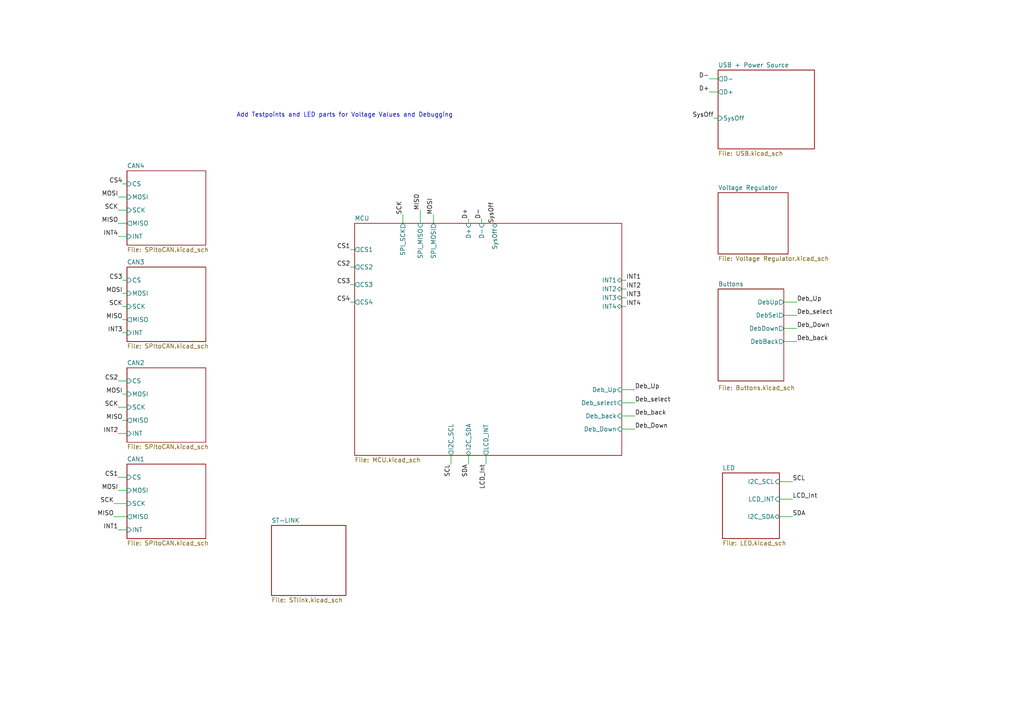
<source format=kicad_sch>
(kicad_sch
	(version 20231120)
	(generator "eeschema")
	(generator_version "8.0")
	(uuid "011ae556-31c3-4ee2-a722-f56ffd3fdd08")
	(paper "A4")
	(lib_symbols)
	(wire
		(pts
			(xy 35.56 92.71) (xy 36.83 92.71)
		)
		(stroke
			(width 0)
			(type default)
		)
		(uuid "05d86b05-1961-4ad7-952e-feeb46088171")
	)
	(wire
		(pts
			(xy 226.06 139.7) (xy 229.87 139.7)
		)
		(stroke
			(width 0)
			(type default)
		)
		(uuid "0a388cb9-3833-4813-aef5-ff4163f92f69")
	)
	(wire
		(pts
			(xy 180.34 83.82) (xy 181.61 83.82)
		)
		(stroke
			(width 0)
			(type default)
		)
		(uuid "10025a9f-17b8-4a2c-b63a-26f54f08f314")
	)
	(wire
		(pts
			(xy 34.29 64.77) (xy 36.83 64.77)
		)
		(stroke
			(width 0)
			(type default)
		)
		(uuid "13a6697a-4d12-4fd2-aa50-c99535d54c1a")
	)
	(wire
		(pts
			(xy 33.02 149.86) (xy 36.83 149.86)
		)
		(stroke
			(width 0)
			(type default)
		)
		(uuid "18fad179-92c5-4db0-9c6c-335686363a64")
	)
	(wire
		(pts
			(xy 207.01 34.29) (xy 208.28 34.29)
		)
		(stroke
			(width 0)
			(type default)
		)
		(uuid "27c7a7fc-9f34-4e24-b7bd-7d14cb3e78df")
	)
	(wire
		(pts
			(xy 35.56 96.52) (xy 36.83 96.52)
		)
		(stroke
			(width 0)
			(type default)
		)
		(uuid "293045be-fff8-4919-81a4-f91ed5826729")
	)
	(wire
		(pts
			(xy 34.29 57.15) (xy 36.83 57.15)
		)
		(stroke
			(width 0)
			(type default)
		)
		(uuid "2b6f6522-1c4f-4819-9dd9-6a18a552cf3e")
	)
	(wire
		(pts
			(xy 226.06 149.86) (xy 229.87 149.86)
		)
		(stroke
			(width 0)
			(type default)
		)
		(uuid "2e16dbc5-5c95-4ce7-a376-182a36676b0b")
	)
	(wire
		(pts
			(xy 135.89 132.08) (xy 135.89 134.62)
		)
		(stroke
			(width 0)
			(type default)
		)
		(uuid "30f7226e-a11b-4751-86cd-97d870074396")
	)
	(wire
		(pts
			(xy 125.73 62.23) (xy 125.73 64.77)
		)
		(stroke
			(width 0)
			(type default)
		)
		(uuid "3cbafc5e-a99d-459d-8489-ca886f4d133e")
	)
	(wire
		(pts
			(xy 35.56 81.28) (xy 36.83 81.28)
		)
		(stroke
			(width 0)
			(type default)
		)
		(uuid "3d5452a0-81ee-4d79-97e8-06bafab0f01f")
	)
	(wire
		(pts
			(xy 180.34 116.84) (xy 184.15 116.84)
		)
		(stroke
			(width 0)
			(type default)
		)
		(uuid "3fb9b8b2-6c19-4125-9199-22a342c345fa")
	)
	(wire
		(pts
			(xy 135.89 63.5) (xy 135.89 64.77)
		)
		(stroke
			(width 0)
			(type default)
		)
		(uuid "4157bf5f-3036-400e-bc32-fc5a0ca02925")
	)
	(wire
		(pts
			(xy 116.84 62.23) (xy 116.84 64.77)
		)
		(stroke
			(width 0)
			(type default)
		)
		(uuid "42d8e975-d283-4314-bdcd-7d65c75dd9d7")
	)
	(wire
		(pts
			(xy 139.7 63.5) (xy 139.7 64.77)
		)
		(stroke
			(width 0)
			(type default)
		)
		(uuid "434483e8-4e12-426c-91fe-fda015a84710")
	)
	(wire
		(pts
			(xy 34.29 118.11) (xy 36.83 118.11)
		)
		(stroke
			(width 0)
			(type default)
		)
		(uuid "43f900c1-02a5-4ce6-8e9c-9bdc58999f90")
	)
	(wire
		(pts
			(xy 180.34 86.36) (xy 181.61 86.36)
		)
		(stroke
			(width 0)
			(type default)
		)
		(uuid "53c3a783-f65e-4d83-986b-fe147cb63e0d")
	)
	(wire
		(pts
			(xy 35.56 121.92) (xy 36.83 121.92)
		)
		(stroke
			(width 0)
			(type default)
		)
		(uuid "54c8660e-a588-4b5d-a97f-caba5e26f683")
	)
	(wire
		(pts
			(xy 101.6 82.55) (xy 102.87 82.55)
		)
		(stroke
			(width 0)
			(type default)
		)
		(uuid "66468d04-cb5b-4f0d-84a1-508ae730a699")
	)
	(wire
		(pts
			(xy 180.34 120.65) (xy 184.15 120.65)
		)
		(stroke
			(width 0)
			(type default)
		)
		(uuid "701e0064-8626-464b-b5f1-cde1e89dc325")
	)
	(wire
		(pts
			(xy 180.34 81.28) (xy 181.61 81.28)
		)
		(stroke
			(width 0)
			(type default)
		)
		(uuid "72c56691-4d10-497c-bccd-634f456ec95e")
	)
	(wire
		(pts
			(xy 227.33 99.06) (xy 231.14 99.06)
		)
		(stroke
			(width 0)
			(type default)
		)
		(uuid "81256a0d-648c-4e84-8664-5b7205265715")
	)
	(wire
		(pts
			(xy 180.34 124.46) (xy 184.15 124.46)
		)
		(stroke
			(width 0)
			(type default)
		)
		(uuid "87047b27-eadf-47fb-8b61-f46d4e2930a3")
	)
	(wire
		(pts
			(xy 205.74 26.67) (xy 208.28 26.67)
		)
		(stroke
			(width 0)
			(type default)
		)
		(uuid "879ac0d9-c719-42a1-bcc3-0ee8c322e541")
	)
	(wire
		(pts
			(xy 227.33 87.63) (xy 231.14 87.63)
		)
		(stroke
			(width 0)
			(type default)
		)
		(uuid "89fa02f1-755d-48c5-9814-de28441ececd")
	)
	(wire
		(pts
			(xy 101.6 72.39) (xy 102.87 72.39)
		)
		(stroke
			(width 0)
			(type default)
		)
		(uuid "8a140640-8047-4425-a9de-10d4402d88de")
	)
	(wire
		(pts
			(xy 101.6 77.47) (xy 102.87 77.47)
		)
		(stroke
			(width 0)
			(type default)
		)
		(uuid "95965a2f-0830-4f1b-9e60-78f35d4d751b")
	)
	(wire
		(pts
			(xy 34.29 68.58) (xy 36.83 68.58)
		)
		(stroke
			(width 0)
			(type default)
		)
		(uuid "95bcab74-add7-4f0b-82f0-c3400f49f2a5")
	)
	(wire
		(pts
			(xy 227.33 91.44) (xy 231.14 91.44)
		)
		(stroke
			(width 0)
			(type default)
		)
		(uuid "9b0ccbf6-6b4a-437f-a932-0ac6f1d3ea57")
	)
	(wire
		(pts
			(xy 34.29 60.96) (xy 36.83 60.96)
		)
		(stroke
			(width 0)
			(type default)
		)
		(uuid "9f94b682-be46-4ade-bf8f-1df6b9f61439")
	)
	(wire
		(pts
			(xy 34.29 110.49) (xy 36.83 110.49)
		)
		(stroke
			(width 0)
			(type default)
		)
		(uuid "9fab5d1f-1a54-447c-8a13-1aee385d2d75")
	)
	(wire
		(pts
			(xy 35.56 53.34) (xy 36.83 53.34)
		)
		(stroke
			(width 0)
			(type default)
		)
		(uuid "a5151062-ebd1-45a0-9644-bbedf228b63d")
	)
	(wire
		(pts
			(xy 35.56 85.09) (xy 36.83 85.09)
		)
		(stroke
			(width 0)
			(type default)
		)
		(uuid "b67e68eb-cb44-4cdb-82b7-f790183e5c82")
	)
	(wire
		(pts
			(xy 140.97 132.08) (xy 140.97 134.62)
		)
		(stroke
			(width 0)
			(type default)
		)
		(uuid "b8794f85-c1ce-4373-8126-13a600f89955")
	)
	(wire
		(pts
			(xy 180.34 88.9) (xy 181.61 88.9)
		)
		(stroke
			(width 0)
			(type default)
		)
		(uuid "c0d9f92a-93b4-4e1a-b922-23bfdab3662b")
	)
	(wire
		(pts
			(xy 101.6 87.63) (xy 102.87 87.63)
		)
		(stroke
			(width 0)
			(type default)
		)
		(uuid "cab00824-a44c-4aa9-a167-7849511a64e2")
	)
	(wire
		(pts
			(xy 34.29 138.43) (xy 36.83 138.43)
		)
		(stroke
			(width 0)
			(type default)
		)
		(uuid "d39f909c-6b6a-440c-84e7-2ac3528cb109")
	)
	(wire
		(pts
			(xy 35.56 114.3) (xy 36.83 114.3)
		)
		(stroke
			(width 0)
			(type default)
		)
		(uuid "d52b49b0-0e1c-4f7e-8164-a97786de2840")
	)
	(wire
		(pts
			(xy 227.33 95.25) (xy 231.14 95.25)
		)
		(stroke
			(width 0)
			(type default)
		)
		(uuid "da91d965-eddd-43a5-9bc0-357e963bd524")
	)
	(wire
		(pts
			(xy 121.92 60.96) (xy 121.92 64.77)
		)
		(stroke
			(width 0)
			(type default)
		)
		(uuid "db1dca39-5235-4269-8d95-2de481e48de9")
	)
	(wire
		(pts
			(xy 226.06 144.78) (xy 229.87 144.78)
		)
		(stroke
			(width 0)
			(type default)
		)
		(uuid "ddfd2110-9511-4a34-b690-ccccc45e5458")
	)
	(wire
		(pts
			(xy 34.29 153.67) (xy 36.83 153.67)
		)
		(stroke
			(width 0)
			(type default)
		)
		(uuid "de2d8f12-f9f2-4464-9746-643d5e593b63")
	)
	(wire
		(pts
			(xy 205.74 22.86) (xy 208.28 22.86)
		)
		(stroke
			(width 0)
			(type default)
		)
		(uuid "de962bf3-f93c-4654-80b2-4e4e536e797f")
	)
	(wire
		(pts
			(xy 34.29 142.24) (xy 36.83 142.24)
		)
		(stroke
			(width 0)
			(type default)
		)
		(uuid "eea416e9-0304-4703-9047-6047d09f792a")
	)
	(wire
		(pts
			(xy 35.56 88.9) (xy 36.83 88.9)
		)
		(stroke
			(width 0)
			(type default)
		)
		(uuid "eec1a554-61f2-4a04-9fee-b8ead991ff75")
	)
	(wire
		(pts
			(xy 34.29 125.73) (xy 36.83 125.73)
		)
		(stroke
			(width 0)
			(type default)
		)
		(uuid "f4eeb2ed-75b2-498a-8d9b-db2c4e15a08b")
	)
	(wire
		(pts
			(xy 130.81 132.08) (xy 130.81 134.62)
		)
		(stroke
			(width 0)
			(type default)
		)
		(uuid "f6ab7e0c-7ae9-4e34-b6b6-48016e62f951")
	)
	(wire
		(pts
			(xy 180.34 113.03) (xy 184.15 113.03)
		)
		(stroke
			(width 0)
			(type default)
		)
		(uuid "fd8fb475-e045-4e51-8887-3a246e86b7b0")
	)
	(wire
		(pts
			(xy 33.02 146.05) (xy 36.83 146.05)
		)
		(stroke
			(width 0)
			(type default)
		)
		(uuid "fe3af2bf-3781-4d4b-8528-f952b20a1aa4")
	)
	(text "Add Testpoints and LED parts for Voltage Values and Debugging\n\n\n\n\n\n\n\n\n\n\n"
		(exclude_from_sim no)
		(at 68.58 54.61 0)
		(effects
			(font
				(size 1.27 1.27)
			)
			(justify left bottom)
		)
		(uuid "ff49f4e0-3515-45d7-8080-d44fe018984a")
	)
	(label "SDA"
		(at 229.87 149.86 0)
		(fields_autoplaced yes)
		(effects
			(font
				(size 1.27 1.27)
			)
			(justify left bottom)
		)
		(uuid "0142eb4e-6c3e-4fbf-a176-0639b5cf7c66")
	)
	(label "Deb_back"
		(at 231.14 99.06 0)
		(fields_autoplaced yes)
		(effects
			(font
				(size 1.27 1.27)
			)
			(justify left bottom)
		)
		(uuid "0a811256-00c2-44db-aef0-dd81fa2f485b")
	)
	(label "MISO"
		(at 33.02 149.86 180)
		(fields_autoplaced yes)
		(effects
			(font
				(size 1.27 1.27)
			)
			(justify right bottom)
		)
		(uuid "0af10a3d-95db-4de3-aeec-729cb5c10c34")
	)
	(label "INT3"
		(at 35.56 96.52 180)
		(fields_autoplaced yes)
		(effects
			(font
				(size 1.27 1.27)
			)
			(justify right bottom)
		)
		(uuid "0f413a93-275b-4bf1-aedf-a879b2b45e07")
	)
	(label "SCL"
		(at 229.87 139.7 0)
		(fields_autoplaced yes)
		(effects
			(font
				(size 1.27 1.27)
			)
			(justify left bottom)
		)
		(uuid "1f3bb798-c9bc-4201-b208-b3b603a68a60")
	)
	(label "MISO"
		(at 35.56 92.71 180)
		(fields_autoplaced yes)
		(effects
			(font
				(size 1.27 1.27)
			)
			(justify right bottom)
		)
		(uuid "20baa65c-180d-4254-a7ca-6d0c87bdcab0")
	)
	(label "MISO"
		(at 121.92 60.96 90)
		(fields_autoplaced yes)
		(effects
			(font
				(size 1.27 1.27)
			)
			(justify left bottom)
		)
		(uuid "24053779-d935-4161-bc8c-7bb321efc728")
	)
	(label "INT2"
		(at 181.61 83.82 0)
		(fields_autoplaced yes)
		(effects
			(font
				(size 1.27 1.27)
			)
			(justify left bottom)
		)
		(uuid "2928afd3-3486-4004-8474-1c87da9bec0f")
	)
	(label "INT1"
		(at 34.29 153.67 180)
		(fields_autoplaced yes)
		(effects
			(font
				(size 1.27 1.27)
			)
			(justify right bottom)
		)
		(uuid "2c192515-d6e1-45e3-8d3f-8bc6155a4fc2")
	)
	(label "MOSI"
		(at 125.73 62.23 90)
		(fields_autoplaced yes)
		(effects
			(font
				(size 1.27 1.27)
			)
			(justify left bottom)
		)
		(uuid "2df88d93-1644-40c6-a10f-47ba93489267")
	)
	(label "Deb_Down"
		(at 184.15 124.46 0)
		(fields_autoplaced yes)
		(effects
			(font
				(size 1.27 1.27)
			)
			(justify left bottom)
		)
		(uuid "38407fa6-e3b1-4e95-9a22-fb7cf237f19c")
	)
	(label "SCK"
		(at 33.02 146.05 180)
		(fields_autoplaced yes)
		(effects
			(font
				(size 1.27 1.27)
			)
			(justify right bottom)
		)
		(uuid "3afba265-9b1b-4375-96ea-67bdadcc7da9")
	)
	(label "INT4"
		(at 181.61 88.9 0)
		(fields_autoplaced yes)
		(effects
			(font
				(size 1.27 1.27)
			)
			(justify left bottom)
		)
		(uuid "3c9e09dc-cc8a-4fb8-8f68-595ef45af821")
	)
	(label "CS4"
		(at 101.6 87.63 180)
		(fields_autoplaced yes)
		(effects
			(font
				(size 1.27 1.27)
			)
			(justify right bottom)
		)
		(uuid "3e08d25c-9a19-454b-91dc-6c2b54344ae9")
	)
	(label "MISO"
		(at 35.56 121.92 180)
		(fields_autoplaced yes)
		(effects
			(font
				(size 1.27 1.27)
			)
			(justify right bottom)
		)
		(uuid "4705ee69-e820-47d8-ab72-ef34b7266847")
	)
	(label "INT3"
		(at 181.61 86.36 0)
		(fields_autoplaced yes)
		(effects
			(font
				(size 1.27 1.27)
			)
			(justify left bottom)
		)
		(uuid "57fde8ad-a2f0-41bf-ac27-5b396299a132")
	)
	(label "Deb_Up"
		(at 231.14 87.63 0)
		(fields_autoplaced yes)
		(effects
			(font
				(size 1.27 1.27)
			)
			(justify left bottom)
		)
		(uuid "5b07c212-6e54-41a8-a7b8-548e951b1f3c")
	)
	(label "SysOff"
		(at 207.01 34.29 180)
		(fields_autoplaced yes)
		(effects
			(font
				(size 1.27 1.27)
			)
			(justify right bottom)
		)
		(uuid "5c142f63-9599-4144-be39-4ff57575a0a2")
	)
	(label "INT2"
		(at 34.29 125.73 180)
		(fields_autoplaced yes)
		(effects
			(font
				(size 1.27 1.27)
			)
			(justify right bottom)
		)
		(uuid "5edf2b93-87fe-4fc5-8fd0-8fe531040c50")
	)
	(label "LCD_Int"
		(at 140.97 134.62 270)
		(fields_autoplaced yes)
		(effects
			(font
				(size 1.27 1.27)
			)
			(justify right bottom)
		)
		(uuid "601a2ad1-649d-41a4-b99b-919da9c40b1d")
	)
	(label "D-"
		(at 139.7 63.5 90)
		(fields_autoplaced yes)
		(effects
			(font
				(size 1.27 1.27)
			)
			(justify left bottom)
		)
		(uuid "6dec31b1-a17e-497a-b8e7-47e772d4ce67")
	)
	(label "CS2"
		(at 34.29 110.49 180)
		(fields_autoplaced yes)
		(effects
			(font
				(size 1.27 1.27)
			)
			(justify right bottom)
		)
		(uuid "6f7cb509-a26c-4494-95e7-cf60751ac5f6")
	)
	(label "INT4"
		(at 34.29 68.58 180)
		(fields_autoplaced yes)
		(effects
			(font
				(size 1.27 1.27)
			)
			(justify right bottom)
		)
		(uuid "7110b4b8-5bdf-4066-b528-d7ef5997f9ed")
	)
	(label "SCL"
		(at 130.81 134.62 270)
		(fields_autoplaced yes)
		(effects
			(font
				(size 1.27 1.27)
			)
			(justify right bottom)
		)
		(uuid "7478dcd5-1769-48cb-8b51-24e8695769b2")
	)
	(label "LCD_Int"
		(at 229.87 144.78 0)
		(fields_autoplaced yes)
		(effects
			(font
				(size 1.27 1.27)
			)
			(justify left bottom)
		)
		(uuid "77266719-7b2b-4e79-aca8-271f0536517e")
	)
	(label "CS3"
		(at 101.6 82.55 180)
		(fields_autoplaced yes)
		(effects
			(font
				(size 1.27 1.27)
			)
			(justify right bottom)
		)
		(uuid "7b302a74-7d57-4f88-91be-5d83759337bb")
	)
	(label "CS3"
		(at 35.56 81.28 180)
		(fields_autoplaced yes)
		(effects
			(font
				(size 1.27 1.27)
			)
			(justify right bottom)
		)
		(uuid "7f820e3e-84cd-4694-9512-f522cfddb571")
	)
	(label "SCK"
		(at 116.84 62.23 90)
		(fields_autoplaced yes)
		(effects
			(font
				(size 1.27 1.27)
			)
			(justify left bottom)
		)
		(uuid "7fa149a0-6d78-46ef-ba67-90ddf4b282ab")
	)
	(label "SDA"
		(at 135.89 134.62 270)
		(fields_autoplaced yes)
		(effects
			(font
				(size 1.27 1.27)
			)
			(justify right bottom)
		)
		(uuid "86379718-8dc8-4b9d-8b38-2079e7e7dd83")
	)
	(label "Deb_select"
		(at 231.14 91.44 0)
		(fields_autoplaced yes)
		(effects
			(font
				(size 1.27 1.27)
			)
			(justify left bottom)
		)
		(uuid "8a84014f-e1bf-4f4d-a4c3-d0c751b8bf91")
	)
	(label "SCK"
		(at 35.56 88.9 180)
		(fields_autoplaced yes)
		(effects
			(font
				(size 1.27 1.27)
			)
			(justify right bottom)
		)
		(uuid "8aa618e7-f069-4e0f-be88-81f7cb0ddb60")
	)
	(label "CS4"
		(at 35.56 53.34 180)
		(fields_autoplaced yes)
		(effects
			(font
				(size 1.27 1.27)
			)
			(justify right bottom)
		)
		(uuid "8d026971-0a6c-4962-8909-8102850649e5")
	)
	(label "MISO"
		(at 34.29 64.77 180)
		(fields_autoplaced yes)
		(effects
			(font
				(size 1.27 1.27)
			)
			(justify right bottom)
		)
		(uuid "99d7e6a1-683a-4667-8a91-c7a6ed0fe24f")
	)
	(label "SysOff"
		(at 143.51 64.77 90)
		(fields_autoplaced yes)
		(effects
			(font
				(size 1.27 1.27)
			)
			(justify left bottom)
		)
		(uuid "a4c4325b-fa7e-404e-944d-7e94ab5963eb")
	)
	(label "CS1"
		(at 101.6 72.39 180)
		(fields_autoplaced yes)
		(effects
			(font
				(size 1.27 1.27)
			)
			(justify right bottom)
		)
		(uuid "a6e9ab58-fd01-4d2d-8293-cbef8629997b")
	)
	(label "D+"
		(at 135.89 63.5 90)
		(fields_autoplaced yes)
		(effects
			(font
				(size 1.27 1.27)
			)
			(justify left bottom)
		)
		(uuid "aa925b1d-71ab-42b0-9eb4-3222d4431200")
	)
	(label "Deb_select"
		(at 184.15 116.84 0)
		(fields_autoplaced yes)
		(effects
			(font
				(size 1.27 1.27)
			)
			(justify left bottom)
		)
		(uuid "b1ef7bb2-8e0c-43ec-ba65-90c6c2c49cf6")
	)
	(label "Deb_Up"
		(at 184.15 113.03 0)
		(fields_autoplaced yes)
		(effects
			(font
				(size 1.27 1.27)
			)
			(justify left bottom)
		)
		(uuid "b57c4e3d-8c34-4fe6-9adb-5bbe6b1b9cf4")
	)
	(label "Deb_back"
		(at 184.15 120.65 0)
		(fields_autoplaced yes)
		(effects
			(font
				(size 1.27 1.27)
			)
			(justify left bottom)
		)
		(uuid "b7d4d33d-2070-4f1e-9cdd-4df4243fb837")
	)
	(label "MOSI"
		(at 35.56 85.09 180)
		(fields_autoplaced yes)
		(effects
			(font
				(size 1.27 1.27)
			)
			(justify right bottom)
		)
		(uuid "bd68f5b4-c3e5-436f-9661-82fc52198927")
	)
	(label "CS2"
		(at 101.6 77.47 180)
		(fields_autoplaced yes)
		(effects
			(font
				(size 1.27 1.27)
			)
			(justify right bottom)
		)
		(uuid "c2820522-3a46-483f-b5e9-738a263fc8b2")
	)
	(label "D+"
		(at 205.74 26.67 180)
		(fields_autoplaced yes)
		(effects
			(font
				(size 1.27 1.27)
			)
			(justify right bottom)
		)
		(uuid "c9b6628f-44e5-4309-9648-306b933c9b77")
	)
	(label "CS1"
		(at 34.29 138.43 180)
		(fields_autoplaced yes)
		(effects
			(font
				(size 1.27 1.27)
			)
			(justify right bottom)
		)
		(uuid "dc0cdcc6-41ba-470a-b3cf-cb45d55b068c")
	)
	(label "Deb_Down"
		(at 231.14 95.25 0)
		(fields_autoplaced yes)
		(effects
			(font
				(size 1.27 1.27)
			)
			(justify left bottom)
		)
		(uuid "dc2e2ce8-6760-4e4b-a63a-c931bfe002aa")
	)
	(label "SCK"
		(at 34.29 118.11 180)
		(fields_autoplaced yes)
		(effects
			(font
				(size 1.27 1.27)
			)
			(justify right bottom)
		)
		(uuid "decfaaa8-bc48-4847-808c-b5d6ef96c191")
	)
	(label "SCK"
		(at 34.29 60.96 180)
		(fields_autoplaced yes)
		(effects
			(font
				(size 1.27 1.27)
			)
			(justify right bottom)
		)
		(uuid "df23d9aa-2ae0-4d1c-a8d1-86f5b2bc38ef")
	)
	(label "MOSI"
		(at 34.29 57.15 180)
		(fields_autoplaced yes)
		(effects
			(font
				(size 1.27 1.27)
			)
			(justify right bottom)
		)
		(uuid "e4c94255-bd6d-4e0d-a2d7-9c9632dd725d")
	)
	(label "D-"
		(at 205.74 22.86 180)
		(fields_autoplaced yes)
		(effects
			(font
				(size 1.27 1.27)
			)
			(justify right bottom)
		)
		(uuid "eac3f006-8511-40ed-befc-c5119affea62")
	)
	(label "MOSI"
		(at 35.56 114.3 180)
		(fields_autoplaced yes)
		(effects
			(font
				(size 1.27 1.27)
			)
			(justify right bottom)
		)
		(uuid "ec48cdcd-8f8a-4e39-8d4a-3d1503c6e47c")
	)
	(label "MOSI"
		(at 34.29 142.24 180)
		(fields_autoplaced yes)
		(effects
			(font
				(size 1.27 1.27)
			)
			(justify right bottom)
		)
		(uuid "f6bcf2ba-a9a1-4e30-85a0-377a9e38183b")
	)
	(label "INT1"
		(at 181.61 81.28 0)
		(fields_autoplaced yes)
		(effects
			(font
				(size 1.27 1.27)
			)
			(justify left bottom)
		)
		(uuid "f6e88006-96ba-4347-b80c-07ab39f6ca01")
	)
	(sheet
		(at 209.55 137.16)
		(size 16.51 19.05)
		(fields_autoplaced yes)
		(stroke
			(width 0.1524)
			(type solid)
		)
		(fill
			(color 0 0 0 0.0000)
		)
		(uuid "06d156b2-e7ee-480c-8393-8b638463578f")
		(property "Sheetname" "LED"
			(at 209.55 136.4484 0)
			(effects
				(font
					(size 1.27 1.27)
				)
				(justify left bottom)
			)
		)
		(property "Sheetfile" "LED.kicad_sch"
			(at 209.55 156.7946 0)
			(effects
				(font
					(size 1.27 1.27)
				)
				(justify left top)
			)
		)
		(pin "I2C_SCL" input
			(at 226.06 139.7 0)
			(effects
				(font
					(size 1.27 1.27)
				)
				(justify right)
			)
			(uuid "435c37e8-b2f1-4158-8dbb-72ad1380766c")
		)
		(pin "LCD_INT" input
			(at 226.06 144.78 0)
			(effects
				(font
					(size 1.27 1.27)
				)
				(justify right)
			)
			(uuid "b610c0ec-f4db-4ff2-8cd0-710e96bce761")
		)
		(pin "I2C_SDA" bidirectional
			(at 226.06 149.86 0)
			(effects
				(font
					(size 1.27 1.27)
				)
				(justify right)
			)
			(uuid "5c9366a8-fc29-4d8b-8124-a956622a2cb0")
		)
		(instances
			(project "Motor Programmer Rev. 2"
				(path "/011ae556-31c3-4ee2-a722-f56ffd3fdd08"
					(page "2")
				)
			)
		)
	)
	(sheet
		(at 208.28 20.32)
		(size 27.94 22.86)
		(fields_autoplaced yes)
		(stroke
			(width 0.1524)
			(type solid)
		)
		(fill
			(color 0 0 0 0.0000)
		)
		(uuid "08bfa4ec-fb4c-4b28-8ef2-d1f54c14b331")
		(property "Sheetname" "USB + Power Source"
			(at 208.28 19.6084 0)
			(effects
				(font
					(size 1.27 1.27)
				)
				(justify left bottom)
			)
		)
		(property "Sheetfile" "USB.kicad_sch"
			(at 208.28 43.7646 0)
			(effects
				(font
					(size 1.27 1.27)
				)
				(justify left top)
			)
		)
		(pin "D-" output
			(at 208.28 22.86 180)
			(effects
				(font
					(size 1.27 1.27)
				)
				(justify left)
			)
			(uuid "be2d0508-c10f-455b-ae6c-a6d382b9e62a")
		)
		(pin "D+" output
			(at 208.28 26.67 180)
			(effects
				(font
					(size 1.27 1.27)
				)
				(justify left)
			)
			(uuid "9de345ea-778e-4529-9694-f8ebde7ea9da")
		)
		(pin "SysOff" input
			(at 208.28 34.29 180)
			(effects
				(font
					(size 1.27 1.27)
				)
				(justify left)
			)
			(uuid "670b1d57-52c1-43e2-854c-4bee223dac64")
		)
		(instances
			(project "Motor Programmer Rev. 2"
				(path "/011ae556-31c3-4ee2-a722-f56ffd3fdd08"
					(page "7")
				)
			)
		)
	)
	(sheet
		(at 208.28 55.88)
		(size 20.32 17.78)
		(fields_autoplaced yes)
		(stroke
			(width 0.1524)
			(type solid)
		)
		(fill
			(color 0 0 0 0.0000)
		)
		(uuid "0e9c00d7-e8c1-4296-8767-60dd2b2008c4")
		(property "Sheetname" "Voltage Regulator"
			(at 208.28 55.1684 0)
			(effects
				(font
					(size 1.27 1.27)
				)
				(justify left bottom)
			)
		)
		(property "Sheetfile" "Voltage Regulator.kicad_sch"
			(at 208.28 74.2446 0)
			(effects
				(font
					(size 1.27 1.27)
				)
				(justify left top)
			)
		)
		(instances
			(project "Motor Programmer Rev. 2"
				(path "/011ae556-31c3-4ee2-a722-f56ffd3fdd08"
					(page "6")
				)
			)
		)
	)
	(sheet
		(at 102.87 64.77)
		(size 77.47 67.31)
		(fields_autoplaced yes)
		(stroke
			(width 0.1524)
			(type solid)
		)
		(fill
			(color 0 0 0 0.0000)
		)
		(uuid "21b9991f-ddde-447d-9f53-2b3773ea9e1b")
		(property "Sheetname" "MCU"
			(at 102.87 64.0584 0)
			(effects
				(font
					(size 1.27 1.27)
				)
				(justify left bottom)
			)
		)
		(property "Sheetfile" "MCU.kicad_sch"
			(at 102.87 132.6646 0)
			(effects
				(font
					(size 1.27 1.27)
				)
				(justify left top)
			)
		)
		(pin "SPI_SCK" output
			(at 116.84 64.77 90)
			(effects
				(font
					(size 1.27 1.27)
				)
				(justify right)
			)
			(uuid "4cf4b5f4-c080-4e85-9418-635a3a58ce0d")
		)
		(pin "SPI_MISO" input
			(at 121.92 64.77 90)
			(effects
				(font
					(size 1.27 1.27)
				)
				(justify right)
			)
			(uuid "810934db-aa3e-4d40-bc42-a50f37c68fec")
		)
		(pin "D+" input
			(at 135.89 64.77 90)
			(effects
				(font
					(size 1.27 1.27)
				)
				(justify right)
			)
			(uuid "05b687bf-d785-4dbb-8b0e-c00a3087ac5a")
		)
		(pin "D-" input
			(at 139.7 64.77 90)
			(effects
				(font
					(size 1.27 1.27)
				)
				(justify right)
			)
			(uuid "b620caad-28ab-4e96-99e5-ea0902d72ed1")
		)
		(pin "SPI_MOSI" output
			(at 125.73 64.77 90)
			(effects
				(font
					(size 1.27 1.27)
				)
				(justify right)
			)
			(uuid "f1aa2dea-b8fe-401f-9b46-ec78ebcaed76")
		)
		(pin "CS3" output
			(at 102.87 82.55 180)
			(effects
				(font
					(size 1.27 1.27)
				)
				(justify left)
			)
			(uuid "5dd3e1bb-afd6-458a-baaa-cc315d99de71")
		)
		(pin "INT1" bidirectional
			(at 180.34 81.28 0)
			(effects
				(font
					(size 1.27 1.27)
				)
				(justify right)
			)
			(uuid "0ed6f46b-7408-4a68-8d62-f779d251b066")
		)
		(pin "LCD_INT" output
			(at 140.97 132.08 270)
			(effects
				(font
					(size 1.27 1.27)
				)
				(justify left)
			)
			(uuid "f233b253-f744-435a-b016-053c30885aca")
		)
		(pin "I2C_SCL" output
			(at 130.81 132.08 270)
			(effects
				(font
					(size 1.27 1.27)
				)
				(justify left)
			)
			(uuid "33e69c49-c958-43cb-aaf7-ce493c1bbbd7")
		)
		(pin "I2C_SDA" bidirectional
			(at 135.89 132.08 270)
			(effects
				(font
					(size 1.27 1.27)
				)
				(justify left)
			)
			(uuid "6bae102a-2f56-4243-9156-1a66a44211ca")
		)
		(pin "Deb_Up" input
			(at 180.34 113.03 0)
			(effects
				(font
					(size 1.27 1.27)
				)
				(justify right)
			)
			(uuid "28c68a2e-fcaf-4375-ac32-23e1fb3dbb2b")
		)
		(pin "CS1" output
			(at 102.87 72.39 180)
			(effects
				(font
					(size 1.27 1.27)
				)
				(justify left)
			)
			(uuid "5441be6a-1389-4a86-82b2-32fac7186bfd")
		)
		(pin "CS2" output
			(at 102.87 77.47 180)
			(effects
				(font
					(size 1.27 1.27)
				)
				(justify left)
			)
			(uuid "bd7fd3cf-4f6a-4e57-a462-704dc9b6f32f")
		)
		(pin "Deb_select" input
			(at 180.34 116.84 0)
			(effects
				(font
					(size 1.27 1.27)
				)
				(justify right)
			)
			(uuid "28a8a639-f145-49c9-b58a-d886db6a23db")
		)
		(pin "Deb_back" input
			(at 180.34 120.65 0)
			(effects
				(font
					(size 1.27 1.27)
				)
				(justify right)
			)
			(uuid "531dd19f-f846-42ad-b8d7-7cf530b70934")
		)
		(pin "Deb_Down" input
			(at 180.34 124.46 0)
			(effects
				(font
					(size 1.27 1.27)
				)
				(justify right)
			)
			(uuid "797c9e30-c370-4752-a2e7-c3cdfdf60a14")
		)
		(pin "INT3" bidirectional
			(at 180.34 86.36 0)
			(effects
				(font
					(size 1.27 1.27)
				)
				(justify right)
			)
			(uuid "f159d885-e5d9-41e3-84a5-a8fdc525d1e8")
		)
		(pin "INT2" bidirectional
			(at 180.34 83.82 0)
			(effects
				(font
					(size 1.27 1.27)
				)
				(justify right)
			)
			(uuid "e43a3617-7d8c-4758-9d46-825340ac61d9")
		)
		(pin "INT4" bidirectional
			(at 180.34 88.9 0)
			(effects
				(font
					(size 1.27 1.27)
				)
				(justify right)
			)
			(uuid "c2a12911-4700-407a-8001-4236e3ae754e")
		)
		(pin "SysOff" bidirectional
			(at 143.51 64.77 90)
			(effects
				(font
					(size 1.27 1.27)
				)
				(justify right)
			)
			(uuid "32a08711-2184-4508-a6eb-c11edf38782b")
		)
		(pin "CS4" output
			(at 102.87 87.63 180)
			(effects
				(font
					(size 1.27 1.27)
				)
				(justify left)
			)
			(uuid "eeb2e58d-d7fe-4398-b825-7a8ed9088fe8")
		)
		(instances
			(project "Motor Programmer Rev. 2"
				(path "/011ae556-31c3-4ee2-a722-f56ffd3fdd08"
					(page "3")
				)
			)
		)
	)
	(sheet
		(at 78.74 152.4)
		(size 21.59 20.32)
		(fields_autoplaced yes)
		(stroke
			(width 0.1524)
			(type solid)
		)
		(fill
			(color 0 0 0 0.0000)
		)
		(uuid "87a743aa-44df-4259-91de-71582cbb7cbb")
		(property "Sheetname" "ST-LINK"
			(at 78.74 151.6884 0)
			(effects
				(font
					(size 1.27 1.27)
				)
				(justify left bottom)
			)
		)
		(property "Sheetfile" "STlink.kicad_sch"
			(at 78.74 173.3046 0)
			(effects
				(font
					(size 1.27 1.27)
				)
				(justify left top)
			)
		)
		(instances
			(project "Motor Programmer Rev. 2"
				(path "/011ae556-31c3-4ee2-a722-f56ffd3fdd08"
					(page "11")
				)
			)
		)
	)
	(sheet
		(at 36.83 106.68)
		(size 22.86 21.59)
		(fields_autoplaced yes)
		(stroke
			(width 0.1524)
			(type solid)
		)
		(fill
			(color 0 0 0 0.0000)
		)
		(uuid "940ff3c2-49db-4a85-87d5-8d5ffe0fde0b")
		(property "Sheetname" "CAN2"
			(at 36.83 105.9684 0)
			(effects
				(font
					(size 1.27 1.27)
				)
				(justify left bottom)
			)
		)
		(property "Sheetfile" "SPItoCAN.kicad_sch"
			(at 36.83 128.8546 0)
			(effects
				(font
					(size 1.27 1.27)
				)
				(justify left top)
			)
		)
		(pin "CS" input
			(at 36.83 110.49 180)
			(effects
				(font
					(size 1.27 1.27)
				)
				(justify left)
			)
			(uuid "b524eafa-ea48-4929-85a6-9764fcb81976")
		)
		(pin "MOSI" input
			(at 36.83 114.3 180)
			(effects
				(font
					(size 1.27 1.27)
				)
				(justify left)
			)
			(uuid "affcdb08-c87a-4c72-a39a-044881312833")
		)
		(pin "SCK" input
			(at 36.83 118.11 180)
			(effects
				(font
					(size 1.27 1.27)
				)
				(justify left)
			)
			(uuid "ca78321f-85de-4af3-9e94-dbcd0aabb643")
		)
		(pin "MISO" output
			(at 36.83 121.92 180)
			(effects
				(font
					(size 1.27 1.27)
				)
				(justify left)
			)
			(uuid "e822a0a6-0d50-4e43-89f7-c94e282462b4")
		)
		(pin "INT" input
			(at 36.83 125.73 180)
			(effects
				(font
					(size 1.27 1.27)
				)
				(justify left)
			)
			(uuid "12c6270b-f20f-42e1-83a5-6c8b97f29a09")
		)
		(instances
			(project "Motor Programmer Rev. 2"
				(path "/011ae556-31c3-4ee2-a722-f56ffd3fdd08"
					(page "12")
				)
			)
		)
	)
	(sheet
		(at 208.28 83.82)
		(size 19.05 26.67)
		(stroke
			(width 0.1524)
			(type solid)
		)
		(fill
			(color 0 0 0 0.0000)
		)
		(uuid "a2b5b4e2-343c-454b-b8e5-d2b1c53e1cbe")
		(property "Sheetname" "Buttons"
			(at 208.28 83.1084 0)
			(effects
				(font
					(size 1.27 1.27)
				)
				(justify left bottom)
			)
		)
		(property "Sheetfile" "Buttons.kicad_sch"
			(at 208.28 111.76 0)
			(effects
				(font
					(size 1.27 1.27)
				)
				(justify left top)
			)
		)
		(pin "DebDown" output
			(at 227.33 95.25 0)
			(effects
				(font
					(size 1.27 1.27)
				)
				(justify right)
			)
			(uuid "87668838-958a-4cb1-8fe4-4fdb68df85a9")
		)
		(pin "DebBack" output
			(at 227.33 99.06 0)
			(effects
				(font
					(size 1.27 1.27)
				)
				(justify right)
			)
			(uuid "2120125e-a4bf-4b46-8a91-72880675786f")
		)
		(pin "DebSel" output
			(at 227.33 91.44 0)
			(effects
				(font
					(size 1.27 1.27)
				)
				(justify right)
			)
			(uuid "0c3c0338-1de0-46db-be85-1166c71d15e9")
		)
		(pin "DebUp" output
			(at 227.33 87.63 0)
			(effects
				(font
					(size 1.27 1.27)
				)
				(justify right)
			)
			(uuid "c22348bb-d3df-453f-a7b7-afb278aac95f")
		)
		(instances
			(project "Motor Programmer Rev. 2"
				(path "/011ae556-31c3-4ee2-a722-f56ffd3fdd08"
					(page "4")
				)
			)
		)
	)
	(sheet
		(at 36.83 77.47)
		(size 22.86 21.59)
		(fields_autoplaced yes)
		(stroke
			(width 0.1524)
			(type solid)
		)
		(fill
			(color 0 0 0 0.0000)
		)
		(uuid "bd3ed24b-a256-418c-8009-56667d7d7eff")
		(property "Sheetname" "CAN3"
			(at 36.83 76.7584 0)
			(effects
				(font
					(size 1.27 1.27)
				)
				(justify left bottom)
			)
		)
		(property "Sheetfile" "SPItoCAN.kicad_sch"
			(at 36.83 99.6446 0)
			(effects
				(font
					(size 1.27 1.27)
				)
				(justify left top)
			)
		)
		(pin "CS" input
			(at 36.83 81.28 180)
			(effects
				(font
					(size 1.27 1.27)
				)
				(justify left)
			)
			(uuid "e815807e-d7ff-4785-85c4-c996f38e93ef")
		)
		(pin "MOSI" input
			(at 36.83 85.09 180)
			(effects
				(font
					(size 1.27 1.27)
				)
				(justify left)
			)
			(uuid "8ed80acf-bd67-48ad-b536-51ea5850a8da")
		)
		(pin "SCK" input
			(at 36.83 88.9 180)
			(effects
				(font
					(size 1.27 1.27)
				)
				(justify left)
			)
			(uuid "0748e8cf-e039-4527-9003-7e67c34951ee")
		)
		(pin "MISO" output
			(at 36.83 92.71 180)
			(effects
				(font
					(size 1.27 1.27)
				)
				(justify left)
			)
			(uuid "db3c0779-dbbe-4644-a529-e6af0a6807a4")
		)
		(pin "INT" input
			(at 36.83 96.52 180)
			(effects
				(font
					(size 1.27 1.27)
				)
				(justify left)
			)
			(uuid "50cfc677-d3f4-4b83-8046-8ff89eae2a19")
		)
		(instances
			(project "Motor Programmer Rev. 2"
				(path "/011ae556-31c3-4ee2-a722-f56ffd3fdd08"
					(page "13")
				)
			)
		)
	)
	(sheet
		(at 36.83 49.53)
		(size 22.86 21.59)
		(fields_autoplaced yes)
		(stroke
			(width 0.1524)
			(type solid)
		)
		(fill
			(color 0 0 0 0.0000)
		)
		(uuid "c6d4c578-5dda-4791-ba60-5a685c3719a9")
		(property "Sheetname" "CAN4"
			(at 36.83 48.8184 0)
			(effects
				(font
					(size 1.27 1.27)
				)
				(justify left bottom)
			)
		)
		(property "Sheetfile" "SPItoCAN.kicad_sch"
			(at 36.83 71.7046 0)
			(effects
				(font
					(size 1.27 1.27)
				)
				(justify left top)
			)
		)
		(pin "CS" input
			(at 36.83 53.34 180)
			(effects
				(font
					(size 1.27 1.27)
				)
				(justify left)
			)
			(uuid "2f16b241-e758-4d99-9e5c-3b657f59a71f")
		)
		(pin "MOSI" input
			(at 36.83 57.15 180)
			(effects
				(font
					(size 1.27 1.27)
				)
				(justify left)
			)
			(uuid "1822bfe8-91a6-48d4-8b52-00dc3c34bdf9")
		)
		(pin "SCK" input
			(at 36.83 60.96 180)
			(effects
				(font
					(size 1.27 1.27)
				)
				(justify left)
			)
			(uuid "bf6fa720-be0a-4a74-b9c6-0478054036bf")
		)
		(pin "MISO" output
			(at 36.83 64.77 180)
			(effects
				(font
					(size 1.27 1.27)
				)
				(justify left)
			)
			(uuid "1b215b73-7e23-477d-bcc1-76f9d4bc7466")
		)
		(pin "INT" input
			(at 36.83 68.58 180)
			(effects
				(font
					(size 1.27 1.27)
				)
				(justify left)
			)
			(uuid "1d8efad9-df60-4672-ab57-3ac3ed927087")
		)
		(instances
			(project "Motor Programmer Rev. 2"
				(path "/011ae556-31c3-4ee2-a722-f56ffd3fdd08"
					(page "14")
				)
			)
		)
	)
	(sheet
		(at 36.83 134.62)
		(size 22.86 21.59)
		(fields_autoplaced yes)
		(stroke
			(width 0.1524)
			(type solid)
		)
		(fill
			(color 0 0 0 0.0000)
		)
		(uuid "e3301e22-c54d-4c6d-8201-ed1434ad4e7e")
		(property "Sheetname" "CAN1"
			(at 36.83 133.9084 0)
			(effects
				(font
					(size 1.27 1.27)
				)
				(justify left bottom)
			)
		)
		(property "Sheetfile" "SPItoCAN.kicad_sch"
			(at 36.83 156.7946 0)
			(effects
				(font
					(size 1.27 1.27)
				)
				(justify left top)
			)
		)
		(pin "CS" input
			(at 36.83 138.43 180)
			(effects
				(font
					(size 1.27 1.27)
				)
				(justify left)
			)
			(uuid "12c2ac98-801d-404d-9c56-769c797d9f3e")
		)
		(pin "MOSI" input
			(at 36.83 142.24 180)
			(effects
				(font
					(size 1.27 1.27)
				)
				(justify left)
			)
			(uuid "ff71f06d-2427-4ad5-9f33-7af21b0eb3b1")
		)
		(pin "SCK" input
			(at 36.83 146.05 180)
			(effects
				(font
					(size 1.27 1.27)
				)
				(justify left)
			)
			(uuid "860e9fa9-e64f-45f0-a632-30dc4b3eb137")
		)
		(pin "MISO" output
			(at 36.83 149.86 180)
			(effects
				(font
					(size 1.27 1.27)
				)
				(justify left)
			)
			(uuid "d70e28b2-71d2-404f-be2b-bf9565269700")
		)
		(pin "INT" input
			(at 36.83 153.67 180)
			(effects
				(font
					(size 1.27 1.27)
				)
				(justify left)
			)
			(uuid "f65fa64b-6a26-402e-815c-c615b40dcf96")
		)
		(instances
			(project "Motor Programmer Rev. 2"
				(path "/011ae556-31c3-4ee2-a722-f56ffd3fdd08"
					(page "11")
				)
			)
		)
	)
	(sheet_instances
		(path "/"
			(page "1")
		)
	)
)

</source>
